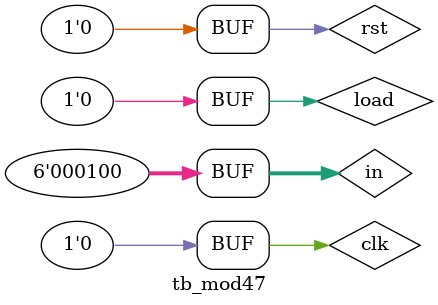
<source format=v>
`timescale 1ns / 1ps


module tb_mod47;

	// Inputs
	reg rst;
	reg clk;
	reg load;
	reg [5:0] in;

	// Outputs
	wire [5:0] count;

	// Instantiate the Unit Under Test (UUT)
	mod47 uut (
		.rst(rst), 
		.clk(clk), 
		.load(load), 
		.in(in), 
		.count(count)
	);

	initial begin
	#0 clk = 0;
	repeat(100) #5 clk = ~clk;
	end
	
	initial begin
		#0 rst = 1;
		#0 load = 0;
		#0 in = 6'b000100;
		#3 rst = 0;
		#100;
		
		#0 load = 1;
		#0 in = 6'b000100;
		#3 load = 0;
		#100;
		
	end
      
endmodule


</source>
